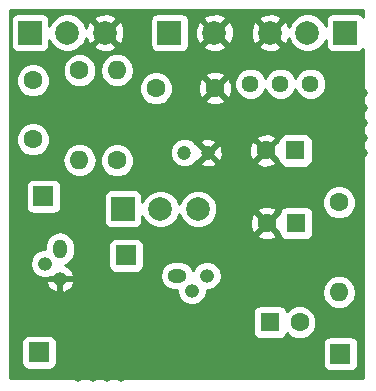
<source format=gbr>
G04 #@! TF.GenerationSoftware,KiCad,Pcbnew,5.0.2+dfsg1-1~bpo9+1*
G04 #@! TF.CreationDate,2020-10-14T23:05:51+08:00*
G04 #@! TF.ProjectId,BC108 NPN Fuzz Face,42433130-3820-44e5-904e-2046757a7a20,rev?*
G04 #@! TF.SameCoordinates,Original*
G04 #@! TF.FileFunction,Copper,L2,Bot*
G04 #@! TF.FilePolarity,Positive*
%FSLAX46Y46*%
G04 Gerber Fmt 4.6, Leading zero omitted, Abs format (unit mm)*
G04 Created by KiCad (PCBNEW 5.0.2+dfsg1-1~bpo9+1) date Wednesday, 14 October, 2020 11:05:51 PM PST*
%MOMM*%
%LPD*%
G01*
G04 APERTURE LIST*
G04 #@! TA.AperFunction,ComponentPad*
%ADD10C,1.998980*%
G04 #@! TD*
G04 #@! TA.AperFunction,ComponentPad*
%ADD11R,1.998980X1.998980*%
G04 #@! TD*
G04 #@! TA.AperFunction,ComponentPad*
%ADD12R,1.600000X1.600000*%
G04 #@! TD*
G04 #@! TA.AperFunction,ComponentPad*
%ADD13C,1.600000*%
G04 #@! TD*
G04 #@! TA.AperFunction,ComponentPad*
%ADD14C,1.200000*%
G04 #@! TD*
G04 #@! TA.AperFunction,ComponentPad*
%ADD15O,1.200000X1.600000*%
G04 #@! TD*
G04 #@! TA.AperFunction,ComponentPad*
%ADD16O,1.200000X1.200000*%
G04 #@! TD*
G04 #@! TA.AperFunction,ComponentPad*
%ADD17O,1.600000X1.200000*%
G04 #@! TD*
G04 #@! TA.AperFunction,ComponentPad*
%ADD18O,1.600000X1.600000*%
G04 #@! TD*
G04 #@! TA.AperFunction,ComponentPad*
%ADD19C,1.440000*%
G04 #@! TD*
G04 #@! TA.AperFunction,ComponentPad*
%ADD20R,1.700000X1.700000*%
G04 #@! TD*
G04 #@! TA.AperFunction,ViaPad*
%ADD21C,0.800000*%
G04 #@! TD*
G04 #@! TA.AperFunction,Conductor*
%ADD22C,0.254000*%
G04 #@! TD*
G04 APERTURE END LIST*
D10*
G04 #@! TO.P,Bias,3*
G04 #@! TO.N,N/C*
X135128000Y-64706500D03*
G04 #@! TO.P,Bias,2*
G04 #@! TO.N,Net-(Bias1-Pad2)*
X131953000Y-64706500D03*
D11*
G04 #@! TO.P,Bias,1*
G04 #@! TO.N,Net-(Bias1-Pad1)*
X128778000Y-64706500D03*
G04 #@! TD*
D12*
G04 #@! TO.P,C1,1*
G04 #@! TO.N,Net-(C1-Pad1)*
X143383000Y-59753500D03*
D13*
G04 #@! TO.P,C1,2*
G04 #@! TO.N,Earth*
X140883000Y-59753500D03*
G04 #@! TD*
G04 #@! TO.P,C2,1*
G04 #@! TO.N,Net-(Bias1-Pad2)*
X121158000Y-58801000D03*
G04 #@! TO.P,C2,2*
G04 #@! TO.N,Net-(C2-Pad2)*
X121158000Y-53801000D03*
G04 #@! TD*
D14*
G04 #@! TO.P,C3,1*
G04 #@! TO.N,+9V*
X133985000Y-59944000D03*
G04 #@! TO.P,C3,2*
G04 #@! TO.N,Earth*
X135985000Y-59944000D03*
G04 #@! TD*
D13*
G04 #@! TO.P,C4,1*
G04 #@! TO.N,+9V*
X131572000Y-54483000D03*
G04 #@! TO.P,C4,2*
G04 #@! TO.N,Earth*
X136572000Y-54483000D03*
G04 #@! TD*
G04 #@! TO.P,C5,2*
G04 #@! TO.N,Net-(C5-Pad2)*
X143724000Y-74295000D03*
D12*
G04 #@! TO.P,C5,1*
G04 #@! TO.N,Net-(C5-Pad1)*
X141224000Y-74295000D03*
G04 #@! TD*
D11*
G04 #@! TO.P,Gain,1*
G04 #@! TO.N,Net-(Gain1-Pad1)*
X147574000Y-49784000D03*
D10*
G04 #@! TO.P,Gain,2*
G04 #@! TO.N,Net-(C1-Pad1)*
X144399000Y-49784000D03*
G04 #@! TO.P,Gain,3*
G04 #@! TO.N,Earth*
X141224000Y-49784000D03*
G04 #@! TD*
D11*
G04 #@! TO.P,+9V,1*
G04 #@! TO.N,+9V*
X132715000Y-49784000D03*
D10*
G04 #@! TO.P,+9V,2*
G04 #@! TO.N,Earth*
X136525000Y-49784000D03*
G04 #@! TD*
D15*
G04 #@! TO.P,Q1,1*
G04 #@! TO.N,Net-(Q1-Pad1)*
X123444000Y-68072000D03*
D16*
G04 #@! TO.P,Q1,2*
G04 #@! TO.N,Net-(C5-Pad1)*
X122174000Y-69342000D03*
G04 #@! TO.P,Q1,3*
G04 #@! TO.N,Earth*
X123444000Y-70612000D03*
G04 #@! TD*
G04 #@! TO.P,Q2,3*
G04 #@! TO.N,Net-(Gain1-Pad1)*
X135890000Y-70358000D03*
G04 #@! TO.P,Q2,2*
G04 #@! TO.N,Net-(Q1-Pad1)*
X134620000Y-71628000D03*
D17*
G04 #@! TO.P,Q2,1*
G04 #@! TO.N,Net-(Q2-Pad1)*
X133350000Y-70358000D03*
G04 #@! TD*
D18*
G04 #@! TO.P,R1,2*
G04 #@! TO.N,Net-(Q1-Pad1)*
X125095000Y-60579000D03*
D13*
G04 #@! TO.P,R1,1*
G04 #@! TO.N,+9V*
X125095000Y-52959000D03*
G04 #@! TD*
G04 #@! TO.P,R2,1*
G04 #@! TO.N,Net-(Gain1-Pad1)*
X147066000Y-64135000D03*
D18*
G04 #@! TO.P,R2,2*
G04 #@! TO.N,Net-(C5-Pad1)*
X147066000Y-71755000D03*
G04 #@! TD*
D13*
G04 #@! TO.P,R3,1*
G04 #@! TO.N,Net-(Bias1-Pad2)*
X128270000Y-60579000D03*
D18*
G04 #@! TO.P,R3,2*
G04 #@! TO.N,+9V*
X128270000Y-52959000D03*
G04 #@! TD*
D19*
G04 #@! TO.P,R4,1*
G04 #@! TO.N,Net-(Bias1-Pad1)*
X139573000Y-54102000D03*
G04 #@! TO.P,R4,2*
G04 #@! TO.N,Net-(Q2-Pad1)*
X142113000Y-54102000D03*
G04 #@! TO.P,R4,3*
G04 #@! TO.N,N/C*
X144653000Y-54102000D03*
G04 #@! TD*
D11*
G04 #@! TO.P,Volume,1*
G04 #@! TO.N,Net-(C2-Pad2)*
X120904000Y-49784000D03*
D10*
G04 #@! TO.P,Volume,2*
G04 #@! TO.N,Net-(Volume1-Pad2)*
X124079000Y-49784000D03*
G04 #@! TO.P,Volume,3*
G04 #@! TO.N,Earth*
X127254000Y-49784000D03*
G04 #@! TD*
D20*
G04 #@! TO.P,In,1*
G04 #@! TO.N,Net-(C5-Pad2)*
X147193000Y-76962000D03*
G04 #@! TD*
G04 #@! TO.P,Out,1*
G04 #@! TO.N,Net-(Volume1-Pad2)*
X121666000Y-76835000D03*
G04 #@! TD*
G04 #@! TO.P,W3,1*
G04 #@! TO.N,Net-(Q2-Pad1)*
X129032000Y-68643500D03*
G04 #@! TD*
G04 #@! TO.P,W4,1*
G04 #@! TO.N,Net-(Q1-Pad1)*
X122047000Y-63627000D03*
G04 #@! TD*
D12*
G04 #@! TO.P,C6,1*
G04 #@! TO.N,Net-(C1-Pad1)*
X143446500Y-65913000D03*
D13*
G04 #@! TO.P,C6,2*
G04 #@! TO.N,Earth*
X140946500Y-65913000D03*
G04 #@! TD*
D21*
G04 #@! TO.N,Earth*
X144335500Y-78740000D03*
X143192500Y-78740000D03*
X141986000Y-78740000D03*
X137922000Y-74295000D03*
X138684000Y-73406000D03*
X138811000Y-48641000D03*
X138811000Y-49784000D03*
X138811000Y-50927000D03*
X129286000Y-48768000D03*
X129286000Y-49911000D03*
X129286000Y-51054000D03*
X135382000Y-56642000D03*
X134239000Y-56642000D03*
X149098000Y-56134000D03*
X149098000Y-57404000D03*
X149098000Y-58674000D03*
X149098000Y-59944000D03*
X149098000Y-54864000D03*
X147574000Y-74422000D03*
X125984000Y-72961500D03*
X124968000Y-72961500D03*
X131508500Y-59817000D03*
X124968000Y-78930500D03*
X126238000Y-78930500D03*
X127444500Y-78930500D03*
X128651000Y-78930500D03*
X140462000Y-62801500D03*
X140779500Y-68897500D03*
X144462500Y-62801500D03*
X144335500Y-57150000D03*
X131508500Y-60896500D03*
G04 #@! TD*
D22*
G04 #@! TO.N,Earth*
G36*
X149098000Y-48426525D02*
X149031299Y-48326701D01*
X148821255Y-48186353D01*
X148573490Y-48137070D01*
X146574510Y-48137070D01*
X146326745Y-48186353D01*
X146116701Y-48326701D01*
X145976353Y-48536745D01*
X145927070Y-48784510D01*
X145927070Y-49201959D01*
X145784654Y-48858136D01*
X145324864Y-48398346D01*
X144724120Y-48149510D01*
X144073880Y-48149510D01*
X143473136Y-48398346D01*
X143013346Y-48858136D01*
X142817405Y-49331180D01*
X142642965Y-48910042D01*
X142376163Y-48811443D01*
X141403605Y-49784000D01*
X142376163Y-50756557D01*
X142642965Y-50657958D01*
X142807919Y-50213920D01*
X143013346Y-50709864D01*
X143473136Y-51169654D01*
X144073880Y-51418490D01*
X144724120Y-51418490D01*
X145324864Y-51169654D01*
X145784654Y-50709864D01*
X145927070Y-50366041D01*
X145927070Y-50783490D01*
X145976353Y-51031255D01*
X146116701Y-51241299D01*
X146326745Y-51381647D01*
X146574510Y-51430930D01*
X148573490Y-51430930D01*
X148821255Y-51381647D01*
X149031299Y-51241299D01*
X149098000Y-51141475D01*
X149098000Y-78994000D01*
X119253000Y-78994000D01*
X119253000Y-75985000D01*
X120168560Y-75985000D01*
X120168560Y-77685000D01*
X120217843Y-77932765D01*
X120358191Y-78142809D01*
X120568235Y-78283157D01*
X120816000Y-78332440D01*
X122516000Y-78332440D01*
X122763765Y-78283157D01*
X122973809Y-78142809D01*
X123114157Y-77932765D01*
X123163440Y-77685000D01*
X123163440Y-76112000D01*
X145695560Y-76112000D01*
X145695560Y-77812000D01*
X145744843Y-78059765D01*
X145885191Y-78269809D01*
X146095235Y-78410157D01*
X146343000Y-78459440D01*
X148043000Y-78459440D01*
X148290765Y-78410157D01*
X148500809Y-78269809D01*
X148641157Y-78059765D01*
X148690440Y-77812000D01*
X148690440Y-76112000D01*
X148641157Y-75864235D01*
X148500809Y-75654191D01*
X148290765Y-75513843D01*
X148043000Y-75464560D01*
X146343000Y-75464560D01*
X146095235Y-75513843D01*
X145885191Y-75654191D01*
X145744843Y-75864235D01*
X145695560Y-76112000D01*
X123163440Y-76112000D01*
X123163440Y-75985000D01*
X123114157Y-75737235D01*
X122973809Y-75527191D01*
X122763765Y-75386843D01*
X122516000Y-75337560D01*
X120816000Y-75337560D01*
X120568235Y-75386843D01*
X120358191Y-75527191D01*
X120217843Y-75737235D01*
X120168560Y-75985000D01*
X119253000Y-75985000D01*
X119253000Y-73495000D01*
X139776560Y-73495000D01*
X139776560Y-75095000D01*
X139825843Y-75342765D01*
X139966191Y-75552809D01*
X140176235Y-75693157D01*
X140424000Y-75742440D01*
X142024000Y-75742440D01*
X142271765Y-75693157D01*
X142481809Y-75552809D01*
X142622157Y-75342765D01*
X142642101Y-75242497D01*
X142911138Y-75511534D01*
X143438561Y-75730000D01*
X144009439Y-75730000D01*
X144536862Y-75511534D01*
X144940534Y-75107862D01*
X145159000Y-74580439D01*
X145159000Y-74009561D01*
X144940534Y-73482138D01*
X144536862Y-73078466D01*
X144009439Y-72860000D01*
X143438561Y-72860000D01*
X142911138Y-73078466D01*
X142642101Y-73347503D01*
X142622157Y-73247235D01*
X142481809Y-73037191D01*
X142271765Y-72896843D01*
X142024000Y-72847560D01*
X140424000Y-72847560D01*
X140176235Y-72896843D01*
X139966191Y-73037191D01*
X139825843Y-73247235D01*
X139776560Y-73495000D01*
X119253000Y-73495000D01*
X119253000Y-70929611D01*
X122250528Y-70929611D01*
X122462920Y-71362156D01*
X122824673Y-71680497D01*
X123126391Y-71805462D01*
X123317000Y-71680731D01*
X123317000Y-70739000D01*
X123571000Y-70739000D01*
X123571000Y-71680731D01*
X123761609Y-71805462D01*
X124063327Y-71680497D01*
X124425080Y-71362156D01*
X124637472Y-70929611D01*
X124513714Y-70739000D01*
X123571000Y-70739000D01*
X123317000Y-70739000D01*
X122374286Y-70739000D01*
X122250528Y-70929611D01*
X119253000Y-70929611D01*
X119253000Y-69342000D01*
X120914805Y-69342000D01*
X121010656Y-69823873D01*
X121283615Y-70232385D01*
X121692127Y-70505344D01*
X122052364Y-70577000D01*
X122295636Y-70577000D01*
X122655873Y-70505344D01*
X122686320Y-70485000D01*
X123317000Y-70485000D01*
X123317000Y-70465000D01*
X123571000Y-70465000D01*
X123571000Y-70485000D01*
X124513714Y-70485000D01*
X124596171Y-70358000D01*
X131890805Y-70358000D01*
X131986656Y-70839873D01*
X132259615Y-71248385D01*
X132668127Y-71521344D01*
X133028364Y-71593000D01*
X133367767Y-71593000D01*
X133360805Y-71628000D01*
X133456656Y-72109873D01*
X133729615Y-72518385D01*
X134138127Y-72791344D01*
X134498364Y-72863000D01*
X134741636Y-72863000D01*
X135101873Y-72791344D01*
X135510385Y-72518385D01*
X135783344Y-72109873D01*
X135853932Y-71755000D01*
X145602887Y-71755000D01*
X145714260Y-72314909D01*
X146031423Y-72789577D01*
X146506091Y-73106740D01*
X146924667Y-73190000D01*
X147207333Y-73190000D01*
X147625909Y-73106740D01*
X148100577Y-72789577D01*
X148417740Y-72314909D01*
X148529113Y-71755000D01*
X148417740Y-71195091D01*
X148100577Y-70720423D01*
X147625909Y-70403260D01*
X147207333Y-70320000D01*
X146924667Y-70320000D01*
X146506091Y-70403260D01*
X146031423Y-70720423D01*
X145714260Y-71195091D01*
X145602887Y-71755000D01*
X135853932Y-71755000D01*
X135879195Y-71628000D01*
X135872233Y-71593000D01*
X136011636Y-71593000D01*
X136371873Y-71521344D01*
X136780385Y-71248385D01*
X137053344Y-70839873D01*
X137149195Y-70358000D01*
X137053344Y-69876127D01*
X136780385Y-69467615D01*
X136371873Y-69194656D01*
X136011636Y-69123000D01*
X135768364Y-69123000D01*
X135408127Y-69194656D01*
X134999615Y-69467615D01*
X134726656Y-69876127D01*
X134720000Y-69909589D01*
X134713344Y-69876127D01*
X134440385Y-69467615D01*
X134031873Y-69194656D01*
X133671636Y-69123000D01*
X133028364Y-69123000D01*
X132668127Y-69194656D01*
X132259615Y-69467615D01*
X131986656Y-69876127D01*
X131890805Y-70358000D01*
X124596171Y-70358000D01*
X124637472Y-70294389D01*
X124425080Y-69861844D01*
X124063327Y-69543503D01*
X123842315Y-69451965D01*
X123925872Y-69435344D01*
X124334385Y-69162385D01*
X124607344Y-68753873D01*
X124679000Y-68393636D01*
X124679000Y-67793500D01*
X127534560Y-67793500D01*
X127534560Y-69493500D01*
X127583843Y-69741265D01*
X127724191Y-69951309D01*
X127934235Y-70091657D01*
X128182000Y-70140940D01*
X129882000Y-70140940D01*
X130129765Y-70091657D01*
X130339809Y-69951309D01*
X130480157Y-69741265D01*
X130529440Y-69493500D01*
X130529440Y-67793500D01*
X130480157Y-67545735D01*
X130339809Y-67335691D01*
X130129765Y-67195343D01*
X129882000Y-67146060D01*
X128182000Y-67146060D01*
X127934235Y-67195343D01*
X127724191Y-67335691D01*
X127583843Y-67545735D01*
X127534560Y-67793500D01*
X124679000Y-67793500D01*
X124679000Y-67750365D01*
X124607344Y-67390128D01*
X124334385Y-66981615D01*
X124243287Y-66920745D01*
X140118361Y-66920745D01*
X140192495Y-67166864D01*
X140729723Y-67359965D01*
X141299954Y-67332778D01*
X141700505Y-67166864D01*
X141774639Y-66920745D01*
X140946500Y-66092605D01*
X140118361Y-66920745D01*
X124243287Y-66920745D01*
X123925873Y-66708656D01*
X123444000Y-66612805D01*
X122962128Y-66708656D01*
X122553616Y-66981615D01*
X122280656Y-67390127D01*
X122209000Y-67750364D01*
X122209000Y-68107000D01*
X122052364Y-68107000D01*
X121692127Y-68178656D01*
X121283615Y-68451615D01*
X121010656Y-68860127D01*
X120914805Y-69342000D01*
X119253000Y-69342000D01*
X119253000Y-62777000D01*
X120549560Y-62777000D01*
X120549560Y-64477000D01*
X120598843Y-64724765D01*
X120739191Y-64934809D01*
X120949235Y-65075157D01*
X121197000Y-65124440D01*
X122897000Y-65124440D01*
X123144765Y-65075157D01*
X123354809Y-64934809D01*
X123495157Y-64724765D01*
X123544440Y-64477000D01*
X123544440Y-63707010D01*
X127131070Y-63707010D01*
X127131070Y-65705990D01*
X127180353Y-65953755D01*
X127320701Y-66163799D01*
X127530745Y-66304147D01*
X127778510Y-66353430D01*
X129777490Y-66353430D01*
X130025255Y-66304147D01*
X130235299Y-66163799D01*
X130375647Y-65953755D01*
X130424930Y-65705990D01*
X130424930Y-65288541D01*
X130567346Y-65632364D01*
X131027136Y-66092154D01*
X131627880Y-66340990D01*
X132278120Y-66340990D01*
X132878864Y-66092154D01*
X133338654Y-65632364D01*
X133540500Y-65145064D01*
X133742346Y-65632364D01*
X134202136Y-66092154D01*
X134802880Y-66340990D01*
X135453120Y-66340990D01*
X136053864Y-66092154D01*
X136449795Y-65696223D01*
X139499535Y-65696223D01*
X139526722Y-66266454D01*
X139692636Y-66667005D01*
X139938755Y-66741139D01*
X140766895Y-65913000D01*
X141126105Y-65913000D01*
X141954245Y-66741139D01*
X142001807Y-66726813D01*
X142048343Y-66960765D01*
X142188691Y-67170809D01*
X142398735Y-67311157D01*
X142646500Y-67360440D01*
X144246500Y-67360440D01*
X144494265Y-67311157D01*
X144704309Y-67170809D01*
X144844657Y-66960765D01*
X144893940Y-66713000D01*
X144893940Y-65113000D01*
X144844657Y-64865235D01*
X144704309Y-64655191D01*
X144494265Y-64514843D01*
X144246500Y-64465560D01*
X142646500Y-64465560D01*
X142398735Y-64514843D01*
X142188691Y-64655191D01*
X142048343Y-64865235D01*
X142001807Y-65099187D01*
X141954245Y-65084861D01*
X141126105Y-65913000D01*
X140766895Y-65913000D01*
X139938755Y-65084861D01*
X139692636Y-65158995D01*
X139499535Y-65696223D01*
X136449795Y-65696223D01*
X136513654Y-65632364D01*
X136762490Y-65031620D01*
X136762490Y-64905255D01*
X140118361Y-64905255D01*
X140946500Y-65733395D01*
X141774639Y-64905255D01*
X141700505Y-64659136D01*
X141163277Y-64466035D01*
X140593046Y-64493222D01*
X140192495Y-64659136D01*
X140118361Y-64905255D01*
X136762490Y-64905255D01*
X136762490Y-64381380D01*
X136542204Y-63849561D01*
X145631000Y-63849561D01*
X145631000Y-64420439D01*
X145849466Y-64947862D01*
X146253138Y-65351534D01*
X146780561Y-65570000D01*
X147351439Y-65570000D01*
X147878862Y-65351534D01*
X148282534Y-64947862D01*
X148501000Y-64420439D01*
X148501000Y-63849561D01*
X148282534Y-63322138D01*
X147878862Y-62918466D01*
X147351439Y-62700000D01*
X146780561Y-62700000D01*
X146253138Y-62918466D01*
X145849466Y-63322138D01*
X145631000Y-63849561D01*
X136542204Y-63849561D01*
X136513654Y-63780636D01*
X136053864Y-63320846D01*
X135453120Y-63072010D01*
X134802880Y-63072010D01*
X134202136Y-63320846D01*
X133742346Y-63780636D01*
X133540500Y-64267936D01*
X133338654Y-63780636D01*
X132878864Y-63320846D01*
X132278120Y-63072010D01*
X131627880Y-63072010D01*
X131027136Y-63320846D01*
X130567346Y-63780636D01*
X130424930Y-64124459D01*
X130424930Y-63707010D01*
X130375647Y-63459245D01*
X130235299Y-63249201D01*
X130025255Y-63108853D01*
X129777490Y-63059570D01*
X127778510Y-63059570D01*
X127530745Y-63108853D01*
X127320701Y-63249201D01*
X127180353Y-63459245D01*
X127131070Y-63707010D01*
X123544440Y-63707010D01*
X123544440Y-62777000D01*
X123495157Y-62529235D01*
X123354809Y-62319191D01*
X123144765Y-62178843D01*
X122897000Y-62129560D01*
X121197000Y-62129560D01*
X120949235Y-62178843D01*
X120739191Y-62319191D01*
X120598843Y-62529235D01*
X120549560Y-62777000D01*
X119253000Y-62777000D01*
X119253000Y-60579000D01*
X123631887Y-60579000D01*
X123743260Y-61138909D01*
X124060423Y-61613577D01*
X124535091Y-61930740D01*
X124953667Y-62014000D01*
X125236333Y-62014000D01*
X125654909Y-61930740D01*
X126129577Y-61613577D01*
X126446740Y-61138909D01*
X126558113Y-60579000D01*
X126501336Y-60293561D01*
X126835000Y-60293561D01*
X126835000Y-60864439D01*
X127053466Y-61391862D01*
X127457138Y-61795534D01*
X127984561Y-62014000D01*
X128555439Y-62014000D01*
X129082862Y-61795534D01*
X129486534Y-61391862D01*
X129705000Y-60864439D01*
X129705000Y-60293561D01*
X129486534Y-59766138D01*
X129418739Y-59698343D01*
X132750000Y-59698343D01*
X132750000Y-60189657D01*
X132938018Y-60643571D01*
X133285429Y-60990982D01*
X133739343Y-61179000D01*
X134230657Y-61179000D01*
X134684571Y-60990982D01*
X134868818Y-60806735D01*
X135301870Y-60806735D01*
X135351383Y-61032164D01*
X135816036Y-61191807D01*
X136306413Y-61161482D01*
X136618617Y-61032164D01*
X136668130Y-60806735D01*
X136622640Y-60761245D01*
X140054861Y-60761245D01*
X140128995Y-61007364D01*
X140666223Y-61200465D01*
X141236454Y-61173278D01*
X141637005Y-61007364D01*
X141711139Y-60761245D01*
X140883000Y-59933105D01*
X140054861Y-60761245D01*
X136622640Y-60761245D01*
X135985000Y-60123605D01*
X135301870Y-60806735D01*
X134868818Y-60806735D01*
X135031982Y-60643571D01*
X135045753Y-60610325D01*
X135122265Y-60627130D01*
X135805395Y-59944000D01*
X136164605Y-59944000D01*
X136847735Y-60627130D01*
X137073164Y-60577617D01*
X137232807Y-60112964D01*
X137202482Y-59622587D01*
X137166917Y-59536723D01*
X139436035Y-59536723D01*
X139463222Y-60106954D01*
X139629136Y-60507505D01*
X139875255Y-60581639D01*
X140703395Y-59753500D01*
X141062605Y-59753500D01*
X141890745Y-60581639D01*
X141938307Y-60567313D01*
X141984843Y-60801265D01*
X142125191Y-61011309D01*
X142335235Y-61151657D01*
X142583000Y-61200940D01*
X144183000Y-61200940D01*
X144430765Y-61151657D01*
X144640809Y-61011309D01*
X144781157Y-60801265D01*
X144830440Y-60553500D01*
X144830440Y-58953500D01*
X144781157Y-58705735D01*
X144640809Y-58495691D01*
X144430765Y-58355343D01*
X144183000Y-58306060D01*
X142583000Y-58306060D01*
X142335235Y-58355343D01*
X142125191Y-58495691D01*
X141984843Y-58705735D01*
X141938307Y-58939687D01*
X141890745Y-58925361D01*
X141062605Y-59753500D01*
X140703395Y-59753500D01*
X139875255Y-58925361D01*
X139629136Y-58999495D01*
X139436035Y-59536723D01*
X137166917Y-59536723D01*
X137073164Y-59310383D01*
X136847735Y-59260870D01*
X136164605Y-59944000D01*
X135805395Y-59944000D01*
X135122265Y-59260870D01*
X135045753Y-59277675D01*
X135031982Y-59244429D01*
X134868818Y-59081265D01*
X135301870Y-59081265D01*
X135985000Y-59764395D01*
X136668130Y-59081265D01*
X136618617Y-58855836D01*
X136298218Y-58745755D01*
X140054861Y-58745755D01*
X140883000Y-59573895D01*
X141711139Y-58745755D01*
X141637005Y-58499636D01*
X141099777Y-58306535D01*
X140529546Y-58333722D01*
X140128995Y-58499636D01*
X140054861Y-58745755D01*
X136298218Y-58745755D01*
X136153964Y-58696193D01*
X135663587Y-58726518D01*
X135351383Y-58855836D01*
X135301870Y-59081265D01*
X134868818Y-59081265D01*
X134684571Y-58897018D01*
X134230657Y-58709000D01*
X133739343Y-58709000D01*
X133285429Y-58897018D01*
X132938018Y-59244429D01*
X132750000Y-59698343D01*
X129418739Y-59698343D01*
X129082862Y-59362466D01*
X128555439Y-59144000D01*
X127984561Y-59144000D01*
X127457138Y-59362466D01*
X127053466Y-59766138D01*
X126835000Y-60293561D01*
X126501336Y-60293561D01*
X126446740Y-60019091D01*
X126129577Y-59544423D01*
X125654909Y-59227260D01*
X125236333Y-59144000D01*
X124953667Y-59144000D01*
X124535091Y-59227260D01*
X124060423Y-59544423D01*
X123743260Y-60019091D01*
X123631887Y-60579000D01*
X119253000Y-60579000D01*
X119253000Y-58515561D01*
X119723000Y-58515561D01*
X119723000Y-59086439D01*
X119941466Y-59613862D01*
X120345138Y-60017534D01*
X120872561Y-60236000D01*
X121443439Y-60236000D01*
X121970862Y-60017534D01*
X122374534Y-59613862D01*
X122593000Y-59086439D01*
X122593000Y-58515561D01*
X122374534Y-57988138D01*
X121970862Y-57584466D01*
X121443439Y-57366000D01*
X120872561Y-57366000D01*
X120345138Y-57584466D01*
X119941466Y-57988138D01*
X119723000Y-58515561D01*
X119253000Y-58515561D01*
X119253000Y-53515561D01*
X119723000Y-53515561D01*
X119723000Y-54086439D01*
X119941466Y-54613862D01*
X120345138Y-55017534D01*
X120872561Y-55236000D01*
X121443439Y-55236000D01*
X121970862Y-55017534D01*
X122374534Y-54613862D01*
X122593000Y-54086439D01*
X122593000Y-53515561D01*
X122374534Y-52988138D01*
X122059957Y-52673561D01*
X123660000Y-52673561D01*
X123660000Y-53244439D01*
X123878466Y-53771862D01*
X124282138Y-54175534D01*
X124809561Y-54394000D01*
X125380439Y-54394000D01*
X125907862Y-54175534D01*
X126311534Y-53771862D01*
X126530000Y-53244439D01*
X126530000Y-52959000D01*
X126806887Y-52959000D01*
X126918260Y-53518909D01*
X127235423Y-53993577D01*
X127710091Y-54310740D01*
X128128667Y-54394000D01*
X128411333Y-54394000D01*
X128829909Y-54310740D01*
X128999293Y-54197561D01*
X130137000Y-54197561D01*
X130137000Y-54768439D01*
X130355466Y-55295862D01*
X130759138Y-55699534D01*
X131286561Y-55918000D01*
X131857439Y-55918000D01*
X132384862Y-55699534D01*
X132593651Y-55490745D01*
X135743861Y-55490745D01*
X135817995Y-55736864D01*
X136355223Y-55929965D01*
X136925454Y-55902778D01*
X137326005Y-55736864D01*
X137400139Y-55490745D01*
X136572000Y-54662605D01*
X135743861Y-55490745D01*
X132593651Y-55490745D01*
X132788534Y-55295862D01*
X133007000Y-54768439D01*
X133007000Y-54266223D01*
X135125035Y-54266223D01*
X135152222Y-54836454D01*
X135318136Y-55237005D01*
X135564255Y-55311139D01*
X136392395Y-54483000D01*
X136751605Y-54483000D01*
X137579745Y-55311139D01*
X137825864Y-55237005D01*
X138018965Y-54699777D01*
X137991778Y-54129546D01*
X137868727Y-53832474D01*
X138218000Y-53832474D01*
X138218000Y-54371526D01*
X138424286Y-54869546D01*
X138805454Y-55250714D01*
X139303474Y-55457000D01*
X139842526Y-55457000D01*
X140340546Y-55250714D01*
X140721714Y-54869546D01*
X140843000Y-54576735D01*
X140964286Y-54869546D01*
X141345454Y-55250714D01*
X141843474Y-55457000D01*
X142382526Y-55457000D01*
X142880546Y-55250714D01*
X143261714Y-54869546D01*
X143383000Y-54576735D01*
X143504286Y-54869546D01*
X143885454Y-55250714D01*
X144383474Y-55457000D01*
X144922526Y-55457000D01*
X145420546Y-55250714D01*
X145801714Y-54869546D01*
X146008000Y-54371526D01*
X146008000Y-53832474D01*
X145801714Y-53334454D01*
X145420546Y-52953286D01*
X144922526Y-52747000D01*
X144383474Y-52747000D01*
X143885454Y-52953286D01*
X143504286Y-53334454D01*
X143383000Y-53627265D01*
X143261714Y-53334454D01*
X142880546Y-52953286D01*
X142382526Y-52747000D01*
X141843474Y-52747000D01*
X141345454Y-52953286D01*
X140964286Y-53334454D01*
X140843000Y-53627265D01*
X140721714Y-53334454D01*
X140340546Y-52953286D01*
X139842526Y-52747000D01*
X139303474Y-52747000D01*
X138805454Y-52953286D01*
X138424286Y-53334454D01*
X138218000Y-53832474D01*
X137868727Y-53832474D01*
X137825864Y-53728995D01*
X137579745Y-53654861D01*
X136751605Y-54483000D01*
X136392395Y-54483000D01*
X135564255Y-53654861D01*
X135318136Y-53728995D01*
X135125035Y-54266223D01*
X133007000Y-54266223D01*
X133007000Y-54197561D01*
X132788534Y-53670138D01*
X132593651Y-53475255D01*
X135743861Y-53475255D01*
X136572000Y-54303395D01*
X137400139Y-53475255D01*
X137326005Y-53229136D01*
X136788777Y-53036035D01*
X136218546Y-53063222D01*
X135817995Y-53229136D01*
X135743861Y-53475255D01*
X132593651Y-53475255D01*
X132384862Y-53266466D01*
X131857439Y-53048000D01*
X131286561Y-53048000D01*
X130759138Y-53266466D01*
X130355466Y-53670138D01*
X130137000Y-54197561D01*
X128999293Y-54197561D01*
X129304577Y-53993577D01*
X129621740Y-53518909D01*
X129733113Y-52959000D01*
X129621740Y-52399091D01*
X129304577Y-51924423D01*
X128829909Y-51607260D01*
X128411333Y-51524000D01*
X128128667Y-51524000D01*
X127710091Y-51607260D01*
X127235423Y-51924423D01*
X126918260Y-52399091D01*
X126806887Y-52959000D01*
X126530000Y-52959000D01*
X126530000Y-52673561D01*
X126311534Y-52146138D01*
X125907862Y-51742466D01*
X125380439Y-51524000D01*
X124809561Y-51524000D01*
X124282138Y-51742466D01*
X123878466Y-52146138D01*
X123660000Y-52673561D01*
X122059957Y-52673561D01*
X121970862Y-52584466D01*
X121443439Y-52366000D01*
X120872561Y-52366000D01*
X120345138Y-52584466D01*
X119941466Y-52988138D01*
X119723000Y-53515561D01*
X119253000Y-53515561D01*
X119253000Y-48784510D01*
X119257070Y-48784510D01*
X119257070Y-50783490D01*
X119306353Y-51031255D01*
X119446701Y-51241299D01*
X119656745Y-51381647D01*
X119904510Y-51430930D01*
X121903490Y-51430930D01*
X122151255Y-51381647D01*
X122361299Y-51241299D01*
X122501647Y-51031255D01*
X122550930Y-50783490D01*
X122550930Y-50366041D01*
X122693346Y-50709864D01*
X123153136Y-51169654D01*
X123753880Y-51418490D01*
X124404120Y-51418490D01*
X125004864Y-51169654D01*
X125238355Y-50936163D01*
X126281443Y-50936163D01*
X126380042Y-51202965D01*
X126989582Y-51429401D01*
X127639377Y-51405341D01*
X128127958Y-51202965D01*
X128226557Y-50936163D01*
X127254000Y-49963605D01*
X126281443Y-50936163D01*
X125238355Y-50936163D01*
X125464654Y-50709864D01*
X125660595Y-50236820D01*
X125835035Y-50657958D01*
X126101837Y-50756557D01*
X127074395Y-49784000D01*
X127433605Y-49784000D01*
X128406163Y-50756557D01*
X128672965Y-50657958D01*
X128899401Y-50048418D01*
X128875341Y-49398623D01*
X128672965Y-48910042D01*
X128406163Y-48811443D01*
X127433605Y-49784000D01*
X127074395Y-49784000D01*
X126101837Y-48811443D01*
X125835035Y-48910042D01*
X125670081Y-49354080D01*
X125464654Y-48858136D01*
X125238355Y-48631837D01*
X126281443Y-48631837D01*
X127254000Y-49604395D01*
X128073884Y-48784510D01*
X131068070Y-48784510D01*
X131068070Y-50783490D01*
X131117353Y-51031255D01*
X131257701Y-51241299D01*
X131467745Y-51381647D01*
X131715510Y-51430930D01*
X133714490Y-51430930D01*
X133962255Y-51381647D01*
X134172299Y-51241299D01*
X134312647Y-51031255D01*
X134331561Y-50936163D01*
X135552443Y-50936163D01*
X135651042Y-51202965D01*
X136260582Y-51429401D01*
X136910377Y-51405341D01*
X137398958Y-51202965D01*
X137497557Y-50936163D01*
X140251443Y-50936163D01*
X140350042Y-51202965D01*
X140959582Y-51429401D01*
X141609377Y-51405341D01*
X142097958Y-51202965D01*
X142196557Y-50936163D01*
X141224000Y-49963605D01*
X140251443Y-50936163D01*
X137497557Y-50936163D01*
X136525000Y-49963605D01*
X135552443Y-50936163D01*
X134331561Y-50936163D01*
X134361930Y-50783490D01*
X134361930Y-49519582D01*
X134879599Y-49519582D01*
X134903659Y-50169377D01*
X135106035Y-50657958D01*
X135372837Y-50756557D01*
X136345395Y-49784000D01*
X136704605Y-49784000D01*
X137677163Y-50756557D01*
X137943965Y-50657958D01*
X138170401Y-50048418D01*
X138150820Y-49519582D01*
X139578599Y-49519582D01*
X139602659Y-50169377D01*
X139805035Y-50657958D01*
X140071837Y-50756557D01*
X141044395Y-49784000D01*
X140071837Y-48811443D01*
X139805035Y-48910042D01*
X139578599Y-49519582D01*
X138150820Y-49519582D01*
X138146341Y-49398623D01*
X137943965Y-48910042D01*
X137677163Y-48811443D01*
X136704605Y-49784000D01*
X136345395Y-49784000D01*
X135372837Y-48811443D01*
X135106035Y-48910042D01*
X134879599Y-49519582D01*
X134361930Y-49519582D01*
X134361930Y-48784510D01*
X134331562Y-48631837D01*
X135552443Y-48631837D01*
X136525000Y-49604395D01*
X137497557Y-48631837D01*
X140251443Y-48631837D01*
X141224000Y-49604395D01*
X142196557Y-48631837D01*
X142097958Y-48365035D01*
X141488418Y-48138599D01*
X140838623Y-48162659D01*
X140350042Y-48365035D01*
X140251443Y-48631837D01*
X137497557Y-48631837D01*
X137398958Y-48365035D01*
X136789418Y-48138599D01*
X136139623Y-48162659D01*
X135651042Y-48365035D01*
X135552443Y-48631837D01*
X134331562Y-48631837D01*
X134312647Y-48536745D01*
X134172299Y-48326701D01*
X133962255Y-48186353D01*
X133714490Y-48137070D01*
X131715510Y-48137070D01*
X131467745Y-48186353D01*
X131257701Y-48326701D01*
X131117353Y-48536745D01*
X131068070Y-48784510D01*
X128073884Y-48784510D01*
X128226557Y-48631837D01*
X128127958Y-48365035D01*
X127518418Y-48138599D01*
X126868623Y-48162659D01*
X126380042Y-48365035D01*
X126281443Y-48631837D01*
X125238355Y-48631837D01*
X125004864Y-48398346D01*
X124404120Y-48149510D01*
X123753880Y-48149510D01*
X123153136Y-48398346D01*
X122693346Y-48858136D01*
X122550930Y-49201959D01*
X122550930Y-48784510D01*
X122501647Y-48536745D01*
X122361299Y-48326701D01*
X122151255Y-48186353D01*
X121903490Y-48137070D01*
X119904510Y-48137070D01*
X119656745Y-48186353D01*
X119446701Y-48326701D01*
X119306353Y-48536745D01*
X119257070Y-48784510D01*
X119253000Y-48784510D01*
X119253000Y-47879000D01*
X149098000Y-47879000D01*
X149098000Y-48426525D01*
X149098000Y-48426525D01*
G37*
X149098000Y-48426525D02*
X149031299Y-48326701D01*
X148821255Y-48186353D01*
X148573490Y-48137070D01*
X146574510Y-48137070D01*
X146326745Y-48186353D01*
X146116701Y-48326701D01*
X145976353Y-48536745D01*
X145927070Y-48784510D01*
X145927070Y-49201959D01*
X145784654Y-48858136D01*
X145324864Y-48398346D01*
X144724120Y-48149510D01*
X144073880Y-48149510D01*
X143473136Y-48398346D01*
X143013346Y-48858136D01*
X142817405Y-49331180D01*
X142642965Y-48910042D01*
X142376163Y-48811443D01*
X141403605Y-49784000D01*
X142376163Y-50756557D01*
X142642965Y-50657958D01*
X142807919Y-50213920D01*
X143013346Y-50709864D01*
X143473136Y-51169654D01*
X144073880Y-51418490D01*
X144724120Y-51418490D01*
X145324864Y-51169654D01*
X145784654Y-50709864D01*
X145927070Y-50366041D01*
X145927070Y-50783490D01*
X145976353Y-51031255D01*
X146116701Y-51241299D01*
X146326745Y-51381647D01*
X146574510Y-51430930D01*
X148573490Y-51430930D01*
X148821255Y-51381647D01*
X149031299Y-51241299D01*
X149098000Y-51141475D01*
X149098000Y-78994000D01*
X119253000Y-78994000D01*
X119253000Y-75985000D01*
X120168560Y-75985000D01*
X120168560Y-77685000D01*
X120217843Y-77932765D01*
X120358191Y-78142809D01*
X120568235Y-78283157D01*
X120816000Y-78332440D01*
X122516000Y-78332440D01*
X122763765Y-78283157D01*
X122973809Y-78142809D01*
X123114157Y-77932765D01*
X123163440Y-77685000D01*
X123163440Y-76112000D01*
X145695560Y-76112000D01*
X145695560Y-77812000D01*
X145744843Y-78059765D01*
X145885191Y-78269809D01*
X146095235Y-78410157D01*
X146343000Y-78459440D01*
X148043000Y-78459440D01*
X148290765Y-78410157D01*
X148500809Y-78269809D01*
X148641157Y-78059765D01*
X148690440Y-77812000D01*
X148690440Y-76112000D01*
X148641157Y-75864235D01*
X148500809Y-75654191D01*
X148290765Y-75513843D01*
X148043000Y-75464560D01*
X146343000Y-75464560D01*
X146095235Y-75513843D01*
X145885191Y-75654191D01*
X145744843Y-75864235D01*
X145695560Y-76112000D01*
X123163440Y-76112000D01*
X123163440Y-75985000D01*
X123114157Y-75737235D01*
X122973809Y-75527191D01*
X122763765Y-75386843D01*
X122516000Y-75337560D01*
X120816000Y-75337560D01*
X120568235Y-75386843D01*
X120358191Y-75527191D01*
X120217843Y-75737235D01*
X120168560Y-75985000D01*
X119253000Y-75985000D01*
X119253000Y-73495000D01*
X139776560Y-73495000D01*
X139776560Y-75095000D01*
X139825843Y-75342765D01*
X139966191Y-75552809D01*
X140176235Y-75693157D01*
X140424000Y-75742440D01*
X142024000Y-75742440D01*
X142271765Y-75693157D01*
X142481809Y-75552809D01*
X142622157Y-75342765D01*
X142642101Y-75242497D01*
X142911138Y-75511534D01*
X143438561Y-75730000D01*
X144009439Y-75730000D01*
X144536862Y-75511534D01*
X144940534Y-75107862D01*
X145159000Y-74580439D01*
X145159000Y-74009561D01*
X144940534Y-73482138D01*
X144536862Y-73078466D01*
X144009439Y-72860000D01*
X143438561Y-72860000D01*
X142911138Y-73078466D01*
X142642101Y-73347503D01*
X142622157Y-73247235D01*
X142481809Y-73037191D01*
X142271765Y-72896843D01*
X142024000Y-72847560D01*
X140424000Y-72847560D01*
X140176235Y-72896843D01*
X139966191Y-73037191D01*
X139825843Y-73247235D01*
X139776560Y-73495000D01*
X119253000Y-73495000D01*
X119253000Y-70929611D01*
X122250528Y-70929611D01*
X122462920Y-71362156D01*
X122824673Y-71680497D01*
X123126391Y-71805462D01*
X123317000Y-71680731D01*
X123317000Y-70739000D01*
X123571000Y-70739000D01*
X123571000Y-71680731D01*
X123761609Y-71805462D01*
X124063327Y-71680497D01*
X124425080Y-71362156D01*
X124637472Y-70929611D01*
X124513714Y-70739000D01*
X123571000Y-70739000D01*
X123317000Y-70739000D01*
X122374286Y-70739000D01*
X122250528Y-70929611D01*
X119253000Y-70929611D01*
X119253000Y-69342000D01*
X120914805Y-69342000D01*
X121010656Y-69823873D01*
X121283615Y-70232385D01*
X121692127Y-70505344D01*
X122052364Y-70577000D01*
X122295636Y-70577000D01*
X122655873Y-70505344D01*
X122686320Y-70485000D01*
X123317000Y-70485000D01*
X123317000Y-70465000D01*
X123571000Y-70465000D01*
X123571000Y-70485000D01*
X124513714Y-70485000D01*
X124596171Y-70358000D01*
X131890805Y-70358000D01*
X131986656Y-70839873D01*
X132259615Y-71248385D01*
X132668127Y-71521344D01*
X133028364Y-71593000D01*
X133367767Y-71593000D01*
X133360805Y-71628000D01*
X133456656Y-72109873D01*
X133729615Y-72518385D01*
X134138127Y-72791344D01*
X134498364Y-72863000D01*
X134741636Y-72863000D01*
X135101873Y-72791344D01*
X135510385Y-72518385D01*
X135783344Y-72109873D01*
X135853932Y-71755000D01*
X145602887Y-71755000D01*
X145714260Y-72314909D01*
X146031423Y-72789577D01*
X146506091Y-73106740D01*
X146924667Y-73190000D01*
X147207333Y-73190000D01*
X147625909Y-73106740D01*
X148100577Y-72789577D01*
X148417740Y-72314909D01*
X148529113Y-71755000D01*
X148417740Y-71195091D01*
X148100577Y-70720423D01*
X147625909Y-70403260D01*
X147207333Y-70320000D01*
X146924667Y-70320000D01*
X146506091Y-70403260D01*
X146031423Y-70720423D01*
X145714260Y-71195091D01*
X145602887Y-71755000D01*
X135853932Y-71755000D01*
X135879195Y-71628000D01*
X135872233Y-71593000D01*
X136011636Y-71593000D01*
X136371873Y-71521344D01*
X136780385Y-71248385D01*
X137053344Y-70839873D01*
X137149195Y-70358000D01*
X137053344Y-69876127D01*
X136780385Y-69467615D01*
X136371873Y-69194656D01*
X136011636Y-69123000D01*
X135768364Y-69123000D01*
X135408127Y-69194656D01*
X134999615Y-69467615D01*
X134726656Y-69876127D01*
X134720000Y-69909589D01*
X134713344Y-69876127D01*
X134440385Y-69467615D01*
X134031873Y-69194656D01*
X133671636Y-69123000D01*
X133028364Y-69123000D01*
X132668127Y-69194656D01*
X132259615Y-69467615D01*
X131986656Y-69876127D01*
X131890805Y-70358000D01*
X124596171Y-70358000D01*
X124637472Y-70294389D01*
X124425080Y-69861844D01*
X124063327Y-69543503D01*
X123842315Y-69451965D01*
X123925872Y-69435344D01*
X124334385Y-69162385D01*
X124607344Y-68753873D01*
X124679000Y-68393636D01*
X124679000Y-67793500D01*
X127534560Y-67793500D01*
X127534560Y-69493500D01*
X127583843Y-69741265D01*
X127724191Y-69951309D01*
X127934235Y-70091657D01*
X128182000Y-70140940D01*
X129882000Y-70140940D01*
X130129765Y-70091657D01*
X130339809Y-69951309D01*
X130480157Y-69741265D01*
X130529440Y-69493500D01*
X130529440Y-67793500D01*
X130480157Y-67545735D01*
X130339809Y-67335691D01*
X130129765Y-67195343D01*
X129882000Y-67146060D01*
X128182000Y-67146060D01*
X127934235Y-67195343D01*
X127724191Y-67335691D01*
X127583843Y-67545735D01*
X127534560Y-67793500D01*
X124679000Y-67793500D01*
X124679000Y-67750365D01*
X124607344Y-67390128D01*
X124334385Y-66981615D01*
X124243287Y-66920745D01*
X140118361Y-66920745D01*
X140192495Y-67166864D01*
X140729723Y-67359965D01*
X141299954Y-67332778D01*
X141700505Y-67166864D01*
X141774639Y-66920745D01*
X140946500Y-66092605D01*
X140118361Y-66920745D01*
X124243287Y-66920745D01*
X123925873Y-66708656D01*
X123444000Y-66612805D01*
X122962128Y-66708656D01*
X122553616Y-66981615D01*
X122280656Y-67390127D01*
X122209000Y-67750364D01*
X122209000Y-68107000D01*
X122052364Y-68107000D01*
X121692127Y-68178656D01*
X121283615Y-68451615D01*
X121010656Y-68860127D01*
X120914805Y-69342000D01*
X119253000Y-69342000D01*
X119253000Y-62777000D01*
X120549560Y-62777000D01*
X120549560Y-64477000D01*
X120598843Y-64724765D01*
X120739191Y-64934809D01*
X120949235Y-65075157D01*
X121197000Y-65124440D01*
X122897000Y-65124440D01*
X123144765Y-65075157D01*
X123354809Y-64934809D01*
X123495157Y-64724765D01*
X123544440Y-64477000D01*
X123544440Y-63707010D01*
X127131070Y-63707010D01*
X127131070Y-65705990D01*
X127180353Y-65953755D01*
X127320701Y-66163799D01*
X127530745Y-66304147D01*
X127778510Y-66353430D01*
X129777490Y-66353430D01*
X130025255Y-66304147D01*
X130235299Y-66163799D01*
X130375647Y-65953755D01*
X130424930Y-65705990D01*
X130424930Y-65288541D01*
X130567346Y-65632364D01*
X131027136Y-66092154D01*
X131627880Y-66340990D01*
X132278120Y-66340990D01*
X132878864Y-66092154D01*
X133338654Y-65632364D01*
X133540500Y-65145064D01*
X133742346Y-65632364D01*
X134202136Y-66092154D01*
X134802880Y-66340990D01*
X135453120Y-66340990D01*
X136053864Y-66092154D01*
X136449795Y-65696223D01*
X139499535Y-65696223D01*
X139526722Y-66266454D01*
X139692636Y-66667005D01*
X139938755Y-66741139D01*
X140766895Y-65913000D01*
X141126105Y-65913000D01*
X141954245Y-66741139D01*
X142001807Y-66726813D01*
X142048343Y-66960765D01*
X142188691Y-67170809D01*
X142398735Y-67311157D01*
X142646500Y-67360440D01*
X144246500Y-67360440D01*
X144494265Y-67311157D01*
X144704309Y-67170809D01*
X144844657Y-66960765D01*
X144893940Y-66713000D01*
X144893940Y-65113000D01*
X144844657Y-64865235D01*
X144704309Y-64655191D01*
X144494265Y-64514843D01*
X144246500Y-64465560D01*
X142646500Y-64465560D01*
X142398735Y-64514843D01*
X142188691Y-64655191D01*
X142048343Y-64865235D01*
X142001807Y-65099187D01*
X141954245Y-65084861D01*
X141126105Y-65913000D01*
X140766895Y-65913000D01*
X139938755Y-65084861D01*
X139692636Y-65158995D01*
X139499535Y-65696223D01*
X136449795Y-65696223D01*
X136513654Y-65632364D01*
X136762490Y-65031620D01*
X136762490Y-64905255D01*
X140118361Y-64905255D01*
X140946500Y-65733395D01*
X141774639Y-64905255D01*
X141700505Y-64659136D01*
X141163277Y-64466035D01*
X140593046Y-64493222D01*
X140192495Y-64659136D01*
X140118361Y-64905255D01*
X136762490Y-64905255D01*
X136762490Y-64381380D01*
X136542204Y-63849561D01*
X145631000Y-63849561D01*
X145631000Y-64420439D01*
X145849466Y-64947862D01*
X146253138Y-65351534D01*
X146780561Y-65570000D01*
X147351439Y-65570000D01*
X147878862Y-65351534D01*
X148282534Y-64947862D01*
X148501000Y-64420439D01*
X148501000Y-63849561D01*
X148282534Y-63322138D01*
X147878862Y-62918466D01*
X147351439Y-62700000D01*
X146780561Y-62700000D01*
X146253138Y-62918466D01*
X145849466Y-63322138D01*
X145631000Y-63849561D01*
X136542204Y-63849561D01*
X136513654Y-63780636D01*
X136053864Y-63320846D01*
X135453120Y-63072010D01*
X134802880Y-63072010D01*
X134202136Y-63320846D01*
X133742346Y-63780636D01*
X133540500Y-64267936D01*
X133338654Y-63780636D01*
X132878864Y-63320846D01*
X132278120Y-63072010D01*
X131627880Y-63072010D01*
X131027136Y-63320846D01*
X130567346Y-63780636D01*
X130424930Y-64124459D01*
X130424930Y-63707010D01*
X130375647Y-63459245D01*
X130235299Y-63249201D01*
X130025255Y-63108853D01*
X129777490Y-63059570D01*
X127778510Y-63059570D01*
X127530745Y-63108853D01*
X127320701Y-63249201D01*
X127180353Y-63459245D01*
X127131070Y-63707010D01*
X123544440Y-63707010D01*
X123544440Y-62777000D01*
X123495157Y-62529235D01*
X123354809Y-62319191D01*
X123144765Y-62178843D01*
X122897000Y-62129560D01*
X121197000Y-62129560D01*
X120949235Y-62178843D01*
X120739191Y-62319191D01*
X120598843Y-62529235D01*
X120549560Y-62777000D01*
X119253000Y-62777000D01*
X119253000Y-60579000D01*
X123631887Y-60579000D01*
X123743260Y-61138909D01*
X124060423Y-61613577D01*
X124535091Y-61930740D01*
X124953667Y-62014000D01*
X125236333Y-62014000D01*
X125654909Y-61930740D01*
X126129577Y-61613577D01*
X126446740Y-61138909D01*
X126558113Y-60579000D01*
X126501336Y-60293561D01*
X126835000Y-60293561D01*
X126835000Y-60864439D01*
X127053466Y-61391862D01*
X127457138Y-61795534D01*
X127984561Y-62014000D01*
X128555439Y-62014000D01*
X129082862Y-61795534D01*
X129486534Y-61391862D01*
X129705000Y-60864439D01*
X129705000Y-60293561D01*
X129486534Y-59766138D01*
X129418739Y-59698343D01*
X132750000Y-59698343D01*
X132750000Y-60189657D01*
X132938018Y-60643571D01*
X133285429Y-60990982D01*
X133739343Y-61179000D01*
X134230657Y-61179000D01*
X134684571Y-60990982D01*
X134868818Y-60806735D01*
X135301870Y-60806735D01*
X135351383Y-61032164D01*
X135816036Y-61191807D01*
X136306413Y-61161482D01*
X136618617Y-61032164D01*
X136668130Y-60806735D01*
X136622640Y-60761245D01*
X140054861Y-60761245D01*
X140128995Y-61007364D01*
X140666223Y-61200465D01*
X141236454Y-61173278D01*
X141637005Y-61007364D01*
X141711139Y-60761245D01*
X140883000Y-59933105D01*
X140054861Y-60761245D01*
X136622640Y-60761245D01*
X135985000Y-60123605D01*
X135301870Y-60806735D01*
X134868818Y-60806735D01*
X135031982Y-60643571D01*
X135045753Y-60610325D01*
X135122265Y-60627130D01*
X135805395Y-59944000D01*
X136164605Y-59944000D01*
X136847735Y-60627130D01*
X137073164Y-60577617D01*
X137232807Y-60112964D01*
X137202482Y-59622587D01*
X137166917Y-59536723D01*
X139436035Y-59536723D01*
X139463222Y-60106954D01*
X139629136Y-60507505D01*
X139875255Y-60581639D01*
X140703395Y-59753500D01*
X141062605Y-59753500D01*
X141890745Y-60581639D01*
X141938307Y-60567313D01*
X141984843Y-60801265D01*
X142125191Y-61011309D01*
X142335235Y-61151657D01*
X142583000Y-61200940D01*
X144183000Y-61200940D01*
X144430765Y-61151657D01*
X144640809Y-61011309D01*
X144781157Y-60801265D01*
X144830440Y-60553500D01*
X144830440Y-58953500D01*
X144781157Y-58705735D01*
X144640809Y-58495691D01*
X144430765Y-58355343D01*
X144183000Y-58306060D01*
X142583000Y-58306060D01*
X142335235Y-58355343D01*
X142125191Y-58495691D01*
X141984843Y-58705735D01*
X141938307Y-58939687D01*
X141890745Y-58925361D01*
X141062605Y-59753500D01*
X140703395Y-59753500D01*
X139875255Y-58925361D01*
X139629136Y-58999495D01*
X139436035Y-59536723D01*
X137166917Y-59536723D01*
X137073164Y-59310383D01*
X136847735Y-59260870D01*
X136164605Y-59944000D01*
X135805395Y-59944000D01*
X135122265Y-59260870D01*
X135045753Y-59277675D01*
X135031982Y-59244429D01*
X134868818Y-59081265D01*
X135301870Y-59081265D01*
X135985000Y-59764395D01*
X136668130Y-59081265D01*
X136618617Y-58855836D01*
X136298218Y-58745755D01*
X140054861Y-58745755D01*
X140883000Y-59573895D01*
X141711139Y-58745755D01*
X141637005Y-58499636D01*
X141099777Y-58306535D01*
X140529546Y-58333722D01*
X140128995Y-58499636D01*
X140054861Y-58745755D01*
X136298218Y-58745755D01*
X136153964Y-58696193D01*
X135663587Y-58726518D01*
X135351383Y-58855836D01*
X135301870Y-59081265D01*
X134868818Y-59081265D01*
X134684571Y-58897018D01*
X134230657Y-58709000D01*
X133739343Y-58709000D01*
X133285429Y-58897018D01*
X132938018Y-59244429D01*
X132750000Y-59698343D01*
X129418739Y-59698343D01*
X129082862Y-59362466D01*
X128555439Y-59144000D01*
X127984561Y-59144000D01*
X127457138Y-59362466D01*
X127053466Y-59766138D01*
X126835000Y-60293561D01*
X126501336Y-60293561D01*
X126446740Y-60019091D01*
X126129577Y-59544423D01*
X125654909Y-59227260D01*
X125236333Y-59144000D01*
X124953667Y-59144000D01*
X124535091Y-59227260D01*
X124060423Y-59544423D01*
X123743260Y-60019091D01*
X123631887Y-60579000D01*
X119253000Y-60579000D01*
X119253000Y-58515561D01*
X119723000Y-58515561D01*
X119723000Y-59086439D01*
X119941466Y-59613862D01*
X120345138Y-60017534D01*
X120872561Y-60236000D01*
X121443439Y-60236000D01*
X121970862Y-60017534D01*
X122374534Y-59613862D01*
X122593000Y-59086439D01*
X122593000Y-58515561D01*
X122374534Y-57988138D01*
X121970862Y-57584466D01*
X121443439Y-57366000D01*
X120872561Y-57366000D01*
X120345138Y-57584466D01*
X119941466Y-57988138D01*
X119723000Y-58515561D01*
X119253000Y-58515561D01*
X119253000Y-53515561D01*
X119723000Y-53515561D01*
X119723000Y-54086439D01*
X119941466Y-54613862D01*
X120345138Y-55017534D01*
X120872561Y-55236000D01*
X121443439Y-55236000D01*
X121970862Y-55017534D01*
X122374534Y-54613862D01*
X122593000Y-54086439D01*
X122593000Y-53515561D01*
X122374534Y-52988138D01*
X122059957Y-52673561D01*
X123660000Y-52673561D01*
X123660000Y-53244439D01*
X123878466Y-53771862D01*
X124282138Y-54175534D01*
X124809561Y-54394000D01*
X125380439Y-54394000D01*
X125907862Y-54175534D01*
X126311534Y-53771862D01*
X126530000Y-53244439D01*
X126530000Y-52959000D01*
X126806887Y-52959000D01*
X126918260Y-53518909D01*
X127235423Y-53993577D01*
X127710091Y-54310740D01*
X128128667Y-54394000D01*
X128411333Y-54394000D01*
X128829909Y-54310740D01*
X128999293Y-54197561D01*
X130137000Y-54197561D01*
X130137000Y-54768439D01*
X130355466Y-55295862D01*
X130759138Y-55699534D01*
X131286561Y-55918000D01*
X131857439Y-55918000D01*
X132384862Y-55699534D01*
X132593651Y-55490745D01*
X135743861Y-55490745D01*
X135817995Y-55736864D01*
X136355223Y-55929965D01*
X136925454Y-55902778D01*
X137326005Y-55736864D01*
X137400139Y-55490745D01*
X136572000Y-54662605D01*
X135743861Y-55490745D01*
X132593651Y-55490745D01*
X132788534Y-55295862D01*
X133007000Y-54768439D01*
X133007000Y-54266223D01*
X135125035Y-54266223D01*
X135152222Y-54836454D01*
X135318136Y-55237005D01*
X135564255Y-55311139D01*
X136392395Y-54483000D01*
X136751605Y-54483000D01*
X137579745Y-55311139D01*
X137825864Y-55237005D01*
X138018965Y-54699777D01*
X137991778Y-54129546D01*
X137868727Y-53832474D01*
X138218000Y-53832474D01*
X138218000Y-54371526D01*
X138424286Y-54869546D01*
X138805454Y-55250714D01*
X139303474Y-55457000D01*
X139842526Y-55457000D01*
X140340546Y-55250714D01*
X140721714Y-54869546D01*
X140843000Y-54576735D01*
X140964286Y-54869546D01*
X141345454Y-55250714D01*
X141843474Y-55457000D01*
X142382526Y-55457000D01*
X142880546Y-55250714D01*
X143261714Y-54869546D01*
X143383000Y-54576735D01*
X143504286Y-54869546D01*
X143885454Y-55250714D01*
X144383474Y-55457000D01*
X144922526Y-55457000D01*
X145420546Y-55250714D01*
X145801714Y-54869546D01*
X146008000Y-54371526D01*
X146008000Y-53832474D01*
X145801714Y-53334454D01*
X145420546Y-52953286D01*
X144922526Y-52747000D01*
X144383474Y-52747000D01*
X143885454Y-52953286D01*
X143504286Y-53334454D01*
X143383000Y-53627265D01*
X143261714Y-53334454D01*
X142880546Y-52953286D01*
X142382526Y-52747000D01*
X141843474Y-52747000D01*
X141345454Y-52953286D01*
X140964286Y-53334454D01*
X140843000Y-53627265D01*
X140721714Y-53334454D01*
X140340546Y-52953286D01*
X139842526Y-52747000D01*
X139303474Y-52747000D01*
X138805454Y-52953286D01*
X138424286Y-53334454D01*
X138218000Y-53832474D01*
X137868727Y-53832474D01*
X137825864Y-53728995D01*
X137579745Y-53654861D01*
X136751605Y-54483000D01*
X136392395Y-54483000D01*
X135564255Y-53654861D01*
X135318136Y-53728995D01*
X135125035Y-54266223D01*
X133007000Y-54266223D01*
X133007000Y-54197561D01*
X132788534Y-53670138D01*
X132593651Y-53475255D01*
X135743861Y-53475255D01*
X136572000Y-54303395D01*
X137400139Y-53475255D01*
X137326005Y-53229136D01*
X136788777Y-53036035D01*
X136218546Y-53063222D01*
X135817995Y-53229136D01*
X135743861Y-53475255D01*
X132593651Y-53475255D01*
X132384862Y-53266466D01*
X131857439Y-53048000D01*
X131286561Y-53048000D01*
X130759138Y-53266466D01*
X130355466Y-53670138D01*
X130137000Y-54197561D01*
X128999293Y-54197561D01*
X129304577Y-53993577D01*
X129621740Y-53518909D01*
X129733113Y-52959000D01*
X129621740Y-52399091D01*
X129304577Y-51924423D01*
X128829909Y-51607260D01*
X128411333Y-51524000D01*
X128128667Y-51524000D01*
X127710091Y-51607260D01*
X127235423Y-51924423D01*
X126918260Y-52399091D01*
X126806887Y-52959000D01*
X126530000Y-52959000D01*
X126530000Y-52673561D01*
X126311534Y-52146138D01*
X125907862Y-51742466D01*
X125380439Y-51524000D01*
X124809561Y-51524000D01*
X124282138Y-51742466D01*
X123878466Y-52146138D01*
X123660000Y-52673561D01*
X122059957Y-52673561D01*
X121970862Y-52584466D01*
X121443439Y-52366000D01*
X120872561Y-52366000D01*
X120345138Y-52584466D01*
X119941466Y-52988138D01*
X119723000Y-53515561D01*
X119253000Y-53515561D01*
X119253000Y-48784510D01*
X119257070Y-48784510D01*
X119257070Y-50783490D01*
X119306353Y-51031255D01*
X119446701Y-51241299D01*
X119656745Y-51381647D01*
X119904510Y-51430930D01*
X121903490Y-51430930D01*
X122151255Y-51381647D01*
X122361299Y-51241299D01*
X122501647Y-51031255D01*
X122550930Y-50783490D01*
X122550930Y-50366041D01*
X122693346Y-50709864D01*
X123153136Y-51169654D01*
X123753880Y-51418490D01*
X124404120Y-51418490D01*
X125004864Y-51169654D01*
X125238355Y-50936163D01*
X126281443Y-50936163D01*
X126380042Y-51202965D01*
X126989582Y-51429401D01*
X127639377Y-51405341D01*
X128127958Y-51202965D01*
X128226557Y-50936163D01*
X127254000Y-49963605D01*
X126281443Y-50936163D01*
X125238355Y-50936163D01*
X125464654Y-50709864D01*
X125660595Y-50236820D01*
X125835035Y-50657958D01*
X126101837Y-50756557D01*
X127074395Y-49784000D01*
X127433605Y-49784000D01*
X128406163Y-50756557D01*
X128672965Y-50657958D01*
X128899401Y-50048418D01*
X128875341Y-49398623D01*
X128672965Y-48910042D01*
X128406163Y-48811443D01*
X127433605Y-49784000D01*
X127074395Y-49784000D01*
X126101837Y-48811443D01*
X125835035Y-48910042D01*
X125670081Y-49354080D01*
X125464654Y-48858136D01*
X125238355Y-48631837D01*
X126281443Y-48631837D01*
X127254000Y-49604395D01*
X128073884Y-48784510D01*
X131068070Y-48784510D01*
X131068070Y-50783490D01*
X131117353Y-51031255D01*
X131257701Y-51241299D01*
X131467745Y-51381647D01*
X131715510Y-51430930D01*
X133714490Y-51430930D01*
X133962255Y-51381647D01*
X134172299Y-51241299D01*
X134312647Y-51031255D01*
X134331561Y-50936163D01*
X135552443Y-50936163D01*
X135651042Y-51202965D01*
X136260582Y-51429401D01*
X136910377Y-51405341D01*
X137398958Y-51202965D01*
X137497557Y-50936163D01*
X140251443Y-50936163D01*
X140350042Y-51202965D01*
X140959582Y-51429401D01*
X141609377Y-51405341D01*
X142097958Y-51202965D01*
X142196557Y-50936163D01*
X141224000Y-49963605D01*
X140251443Y-50936163D01*
X137497557Y-50936163D01*
X136525000Y-49963605D01*
X135552443Y-50936163D01*
X134331561Y-50936163D01*
X134361930Y-50783490D01*
X134361930Y-49519582D01*
X134879599Y-49519582D01*
X134903659Y-50169377D01*
X135106035Y-50657958D01*
X135372837Y-50756557D01*
X136345395Y-49784000D01*
X136704605Y-49784000D01*
X137677163Y-50756557D01*
X137943965Y-50657958D01*
X138170401Y-50048418D01*
X138150820Y-49519582D01*
X139578599Y-49519582D01*
X139602659Y-50169377D01*
X139805035Y-50657958D01*
X140071837Y-50756557D01*
X141044395Y-49784000D01*
X140071837Y-48811443D01*
X139805035Y-48910042D01*
X139578599Y-49519582D01*
X138150820Y-49519582D01*
X138146341Y-49398623D01*
X137943965Y-48910042D01*
X137677163Y-48811443D01*
X136704605Y-49784000D01*
X136345395Y-49784000D01*
X135372837Y-48811443D01*
X135106035Y-48910042D01*
X134879599Y-49519582D01*
X134361930Y-49519582D01*
X134361930Y-48784510D01*
X134331562Y-48631837D01*
X135552443Y-48631837D01*
X136525000Y-49604395D01*
X137497557Y-48631837D01*
X140251443Y-48631837D01*
X141224000Y-49604395D01*
X142196557Y-48631837D01*
X142097958Y-48365035D01*
X141488418Y-48138599D01*
X140838623Y-48162659D01*
X140350042Y-48365035D01*
X140251443Y-48631837D01*
X137497557Y-48631837D01*
X137398958Y-48365035D01*
X136789418Y-48138599D01*
X136139623Y-48162659D01*
X135651042Y-48365035D01*
X135552443Y-48631837D01*
X134331562Y-48631837D01*
X134312647Y-48536745D01*
X134172299Y-48326701D01*
X133962255Y-48186353D01*
X133714490Y-48137070D01*
X131715510Y-48137070D01*
X131467745Y-48186353D01*
X131257701Y-48326701D01*
X131117353Y-48536745D01*
X131068070Y-48784510D01*
X128073884Y-48784510D01*
X128226557Y-48631837D01*
X128127958Y-48365035D01*
X127518418Y-48138599D01*
X126868623Y-48162659D01*
X126380042Y-48365035D01*
X126281443Y-48631837D01*
X125238355Y-48631837D01*
X125004864Y-48398346D01*
X124404120Y-48149510D01*
X123753880Y-48149510D01*
X123153136Y-48398346D01*
X122693346Y-48858136D01*
X122550930Y-49201959D01*
X122550930Y-48784510D01*
X122501647Y-48536745D01*
X122361299Y-48326701D01*
X122151255Y-48186353D01*
X121903490Y-48137070D01*
X119904510Y-48137070D01*
X119656745Y-48186353D01*
X119446701Y-48326701D01*
X119306353Y-48536745D01*
X119257070Y-48784510D01*
X119253000Y-48784510D01*
X119253000Y-47879000D01*
X149098000Y-47879000D01*
X149098000Y-48426525D01*
G04 #@! TD*
M02*

</source>
